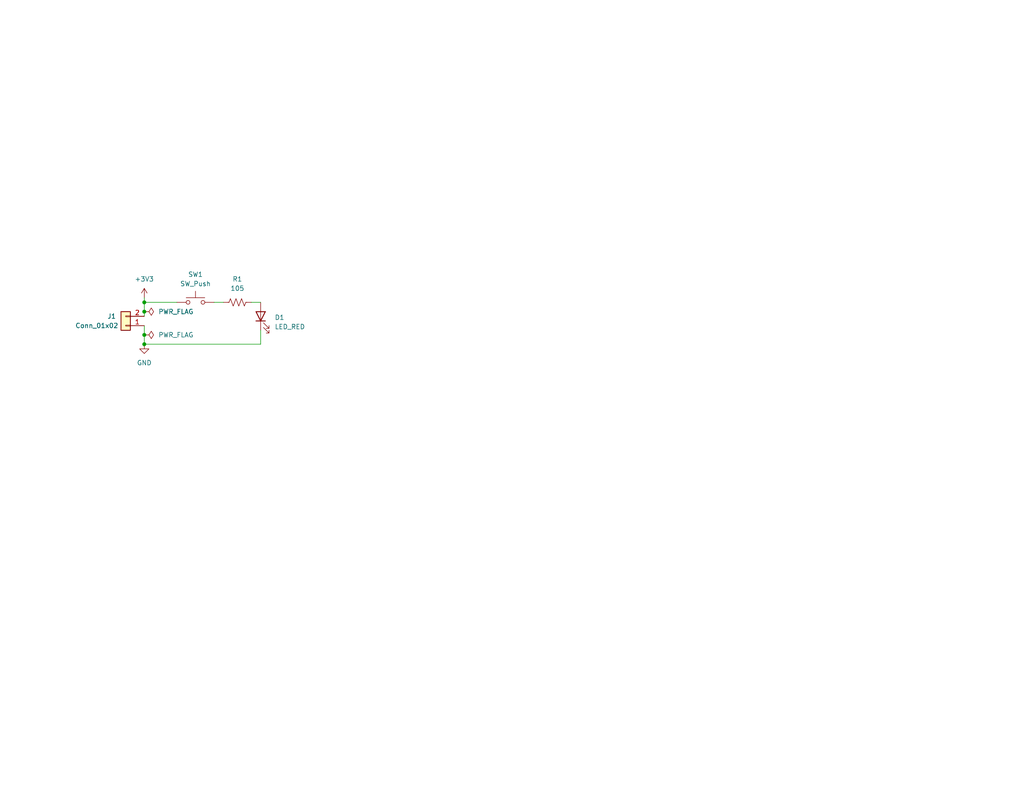
<source format=kicad_sch>
(kicad_sch (version 20231120) (generator "eeschema") (generator_version "8.0")
  (paper "USLetter")
  (title_block (title "LED Project") (date "2022-08-16") (rev "1.0") (company "Illini Solar Car") (comment 1 "Designed By: Haris Yunus"))
  (lib_symbols
    (symbol "Connector_Generic:Conn_01x02" (pin_names (offset 1.016) hide)
      (property "Reference" "J" (at 0 2.54 0))
      (property "Value" "Conn_01x02" (at 0 -5.08 0))
      (symbol "Conn_01x02_1_1"
        (rectangle (start -1.27 -2.413) (end 0 -2.667) (stroke (width 0.1524)))
        (rectangle (start -1.27 0.127) (end 0 -0.127) (stroke (width 0.1524)))
        (rectangle (start -1.27 1.27) (end 1.27 -3.81) (stroke (width 0.254)) (fill (type background)))
        (pin passive line (at -5.08 0 0) (length 3.81) (name "Pin_1") (number "1"))
        (pin passive line (at -5.08 -2.54 0) (length 3.81) (name "Pin_2") (number "2"))
      )
    )
    (symbol "Device:LED" (pin_numbers hide) (pin_names (offset 1.016) hide)
      (property "Reference" "D" (at 0 2.54 0))
      (property "Value" "LED" (at 0 -2.54 0))
      (symbol "LED_0_1"
        (polyline (pts (xy -1.27 -1.27) (xy -1.27 1.27)) (stroke (width 0.254)))
        (polyline (pts (xy -1.27 0) (xy 1.27 0)))
        (polyline (pts (xy 1.27 -1.27) (xy 1.27 1.27) (xy -1.27 0) (xy 1.27 -1.27)) (stroke (width 0.254)))
        (polyline (pts (xy -3.048 -0.762) (xy -4.572 -2.286) (xy -3.81 -2.286) (xy -4.572 -2.286) (xy -4.572 -1.524)))
        (polyline (pts (xy -1.778 -0.762) (xy -3.302 -2.286) (xy -2.54 -2.286) (xy -3.302 -2.286) (xy -3.302 -1.524)))
      )
      (symbol "LED_1_1"
        (pin passive line (at -3.81 0 0) (length 2.54) (name "K") (number "1"))
        (pin passive line (at 3.81 0 180) (length 2.54) (name "A") (number "2"))
      )
    )
    (symbol "Switch:SW_Push" (pin_numbers hide) (pin_names (offset 1.016) hide)
      (property "Reference" "SW" (at 1.27 2.54 0))
      (property "Value" "SW_Push" (at 0 -1.524 0))
      (symbol "SW_Push_0_1"
        (circle (center -2.032 0) (radius 0.508))
        (polyline (pts (xy 0 1.27) (xy 0 3.048)))
        (polyline (pts (xy 2.54 1.27) (xy -2.54 1.27)))
        (circle (center 2.032 0) (radius 0.508))
        (pin passive line (at -5.08 0 0) (length 2.54) (name "1") (number "1"))
        (pin passive line (at 5.08 0 180) (length 2.54) (name "2") (number "2"))
      )
    )
    (symbol "device:R_US" (pin_numbers hide) (pin_names (offset 0))
      (property "Reference" "R" (at 2.54 0 90))
      (property "Value" "R_US" (at -2.54 0 90))
      (symbol "R_US_0_1"
        (polyline (pts (xy 0 -2.286) (xy 0 -2.54)))
        (polyline (pts (xy 0 2.286) (xy 0 2.54)))
        (polyline (pts (xy 0 -0.762) (xy 1.016 -1.143) (xy 0 -1.524) (xy -1.016 -1.905) (xy 0 -2.286)))
        (polyline (pts (xy 0 0.762) (xy 1.016 0.381) (xy 0 0) (xy -1.016 -0.381) (xy 0 -0.762)))
        (polyline (pts (xy 0 2.286) (xy 1.016 1.905) (xy 0 1.524) (xy -1.016 1.143) (xy 0 0.762)))
      )
      (symbol "R_US_1_1"
        (pin passive line (at 0 3.81 270) (length 1.27) (name "~") (number "1"))
        (pin passive line (at 0 -3.81 90) (length 1.27) (name "~") (number "2"))
      )
    )
    (symbol "power:+3V3" (power) (pin_names (offset 0))
      (property "Value" "+3V3" (at 0 3.556 0))
      (symbol "+3V3_0_1"
        (polyline (pts (xy -0.762 1.27) (xy 0 2.54)))
        (polyline (pts (xy 0 0) (xy 0 2.54)))
        (polyline (pts (xy 0 2.54) (xy 0.762 1.27)))
      )
      (symbol "+3V3_1_1"
        (pin power_in line (at 0 0 90) (length 0) hide (name "+3V3") (number "1"))
      )
    )
    (symbol "power:GND" (power) (pin_names (offset 0))
      (property "Value" "GND" (at 0 -3.81 0))
      (symbol "GND_0_1"
        (polyline (pts (xy 0 0) (xy 0 -1.27) (xy 1.27 -1.27) (xy 0 -2.54) (xy -1.27 -1.27) (xy 0 -1.27)))
      )
      (symbol "GND_1_1"
        (pin power_in line (at 0 0 270) (length 0) hide (name "GND") (number "1"))
      )
    )
    (symbol "power:PWR_FLAG" (power) (pin_numbers hide) (pin_names (offset 0) hide)
      (property "Value" "PWR_FLAG" (at 0 3.81 0))
      (symbol "PWR_FLAG_0_0"
        (pin power_out line (at 0 0 90) (length 0) (name "pwr") (number "1"))
      )
      (symbol "PWR_FLAG_0_1"
        (polyline (pts (xy 0 0) (xy 0 1.27) (xy -1.016 1.905) (xy 0 2.54) (xy 1.016 1.905) (xy 0 1.27)))
      )
    )
  )
  (junction (at 39.37 82.55))
  (junction (at 39.37 93.98))
  (junction (at 39.37 91.44))
  (junction (at 39.37 85.09))
  (wire (pts (xy 39.37 82.55) (xy 48.26 82.55)))
  (wire (pts (xy 68.58 82.55) (xy 71.12 82.55)))
  (wire (pts (xy 39.37 88.9) (xy 39.37 91.44)))
  (wire (pts (xy 39.37 81.28) (xy 39.37 82.55)))
  (wire (pts (xy 71.12 90.17) (xy 71.12 93.98)))
  (wire (pts (xy 39.37 91.44) (xy 39.37 93.98)))
  (wire (pts (xy 39.37 93.98) (xy 71.12 93.98)))
  (wire (pts (xy 39.37 85.09) (xy 39.37 86.36)))
  (wire (pts (xy 39.37 82.55) (xy 39.37 85.09)))
  (wire (pts (xy 58.42 82.55) (xy 60.96 82.55)))
  (symbol (lib_id "Switch:SW_Push") (at 53.34 82.55 0) (unit 1)
    (property "Reference" "SW1" (at 53.34 74.93 0))
    (property "Value" "SW_Push" (at 53.34 77.47 0))
    (property "Footprint" "Button_Switch_SMD:SW_DIP_SPSTx01_Slide_6.7x4.1mm_W8.61mm_P2.54mm_LowProfile" (effects (hide yes)))
    (property "Datasheet" "https://www.te.com/usa-en/product-1825910-6.datasheet.pdf" (effects (hide yes)))
    (property "Description" "Push button switch, generic, two pins" (effects (hide yes)))
    (property "MPN" "1825910-6" (effects (hide yes)))
  )
  (symbol (lib_id "power:+3V3") (at 39.37 81.28 0) (unit 1)
    (property "Reference" "#PWR01" (effects (hide yes)))
    (property "Value" "+3V3" (at 39.37 76.2 0))
    (property "Description" "Power symbol creates a global label with name \"+3V3\"" (effects (hide yes)))
  )
  (symbol (lib_id "power:PWR_FLAG") (at 39.37 91.44 270) (unit 1)
    (property "Reference" "#FLG02" (effects (hide yes)))
    (property "Value" "PWR_FLAG" (at 43.18 91.4399 90) (effects (justify left)))
    (property "Description" "Special symbol for telling ERC where power comes from" (effects (hide yes)))
  )
  (symbol (lib_id "Connector_Generic:Conn_01x02") (at 34.29 88.9 180) (unit 1)
    (property "Reference" "J1" (at 30.48 86.36 0))
    (property "Value" "Conn_01x02" (at 26.416 88.9 0))
    (property "Footprint" "Connector_Molex:Molex_KK-254_AE-6410-02A_1x02_P2.54mm_Vertical" (effects (hide yes)))
    (property "Datasheet" "https://www.molex.com/content/dam/molex/molex-dot-com/products/automated/en-us/salesdrawingpdf/641/6410/022272021_sd.pdf?inline" (effects (hide yes)))
    (property "Description" "Generic connector, single row, 01x02, script generated (kicad-library-utils/schlib/autogen/connector/)" (effects (hide yes)))
    (property "MPN" "022272021" (effects (hide yes)))
  )
  (symbol (lib_id "power:PWR_FLAG") (at 39.37 85.09 270) (unit 1)
    (property "Reference" "#FLG01" (effects (hide yes)))
    (property "Value" "PWR_FLAG" (at 43.18 85.0899 90) (effects (justify left)))
    (property "Description" "Special symbol for telling ERC where power comes from" (effects (hide yes)))
  )
  (symbol (lib_id "device:R_US") (at 64.77 82.55 90) (unit 1)
    (property "Reference" "R1" (at 64.77 76.2 90))
    (property "Value" "105" (at 64.77 78.74 90))
    (property "Footprint" "Resistor_SMD:R_0603_1608Metric_Pad0.98x0.95mm_HandSolder" (effects (hide yes)))
    (property "Description" "Resistor, US symbol" (effects (hide yes)))
  )
  (symbol (lib_id "power:GND") (at 39.37 93.98 0) (unit 1)
    (property "Reference" "#PWR02" (effects (hide yes)))
    (property "Value" "GND" (at 39.37 99.06 0))
    (property "Description" "Power symbol creates a global label with name \"GND\" , ground" (effects (hide yes)))
  )
  (symbol (lib_id "Device:LED") (at 71.12 86.36 90) (unit 1)
    (property "Reference" "D1" (at 74.93 86.6774 90) (effects (justify right)))
    (property "Value" "LED_RED" (at 74.93 89.2174 90) (effects (justify right)))
    (property "Footprint" "layout:LED_0603_Symbol_on_F.SilkS" (effects (hide yes)))
    (property "Description" "Light emitting diode" (effects (hide yes)))
  )
)
</source>
